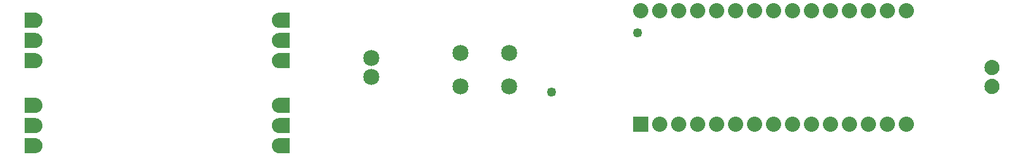
<source format=gbs>
G04 MADE WITH FRITZING*
G04 WWW.FRITZING.ORG*
G04 DOUBLE SIDED*
G04 HOLES PLATED*
G04 CONTOUR ON CENTER OF CONTOUR VECTOR*
%ASAXBY*%
%FSLAX23Y23*%
%MOIN*%
%OFA0B0*%
%SFA1.0B1.0*%
%ADD10C,0.085000*%
%ADD11C,0.080000*%
%ADD12C,0.055440*%
%ADD13C,0.049370*%
%ADD14R,0.080000X0.079972*%
%ADD15R,0.001000X0.001000*%
%LNMASK0*%
G90*
G70*
G54D10*
X2598Y463D03*
X2342Y463D03*
X2598Y641D03*
X2342Y641D03*
G54D11*
X3292Y263D03*
X3392Y263D03*
X3492Y263D03*
X3592Y263D03*
X3692Y263D03*
X3792Y263D03*
X3892Y263D03*
X3992Y263D03*
X4092Y263D03*
X4192Y263D03*
X4292Y263D03*
X4392Y263D03*
X4492Y263D03*
X4592Y263D03*
X4692Y263D03*
X3292Y863D03*
X3392Y863D03*
X3492Y863D03*
X3592Y863D03*
X3692Y863D03*
X3792Y863D03*
X3892Y863D03*
X3992Y863D03*
X4092Y863D03*
X4192Y863D03*
X4292Y863D03*
X4392Y863D03*
X4492Y863D03*
X4592Y863D03*
X4692Y863D03*
G54D12*
X93Y813D03*
X93Y707D03*
X93Y600D03*
X1392Y813D03*
X1392Y707D03*
X1392Y600D03*
X93Y363D03*
X93Y257D03*
X93Y150D03*
X1392Y363D03*
X1392Y257D03*
X1392Y150D03*
G54D10*
X1873Y613D03*
X1873Y513D03*
G54D13*
X2820Y434D03*
X3276Y746D03*
G54D14*
X3292Y263D03*
G54D15*
X44Y852D02*
X107Y852D01*
X1379Y852D02*
X1442Y852D01*
X44Y851D02*
X111Y851D01*
X1376Y851D02*
X1442Y851D01*
X44Y850D02*
X113Y850D01*
X1373Y850D02*
X1442Y850D01*
X44Y849D02*
X116Y849D01*
X1370Y849D02*
X1442Y849D01*
X44Y848D02*
X118Y848D01*
X1368Y848D02*
X1442Y848D01*
X44Y847D02*
X120Y847D01*
X1367Y847D02*
X1442Y847D01*
X44Y846D02*
X121Y846D01*
X1365Y846D02*
X1442Y846D01*
X44Y845D02*
X123Y845D01*
X1364Y845D02*
X1442Y845D01*
X44Y844D02*
X124Y844D01*
X1362Y844D02*
X1442Y844D01*
X44Y843D02*
X125Y843D01*
X1361Y843D02*
X1442Y843D01*
X44Y842D02*
X126Y842D01*
X1360Y842D02*
X1442Y842D01*
X44Y841D02*
X127Y841D01*
X1359Y841D02*
X1442Y841D01*
X44Y840D02*
X128Y840D01*
X1358Y840D02*
X1442Y840D01*
X44Y839D02*
X129Y839D01*
X1357Y839D02*
X1442Y839D01*
X44Y838D02*
X130Y838D01*
X1357Y838D02*
X1442Y838D01*
X44Y837D02*
X130Y837D01*
X1356Y837D02*
X1442Y837D01*
X44Y836D02*
X131Y836D01*
X1355Y836D02*
X1442Y836D01*
X44Y835D02*
X132Y835D01*
X1354Y835D02*
X1442Y835D01*
X44Y834D02*
X132Y834D01*
X1354Y834D02*
X1442Y834D01*
X44Y833D02*
X133Y833D01*
X1353Y833D02*
X1442Y833D01*
X44Y832D02*
X134Y832D01*
X1353Y832D02*
X1442Y832D01*
X44Y831D02*
X134Y831D01*
X1352Y831D02*
X1442Y831D01*
X44Y830D02*
X135Y830D01*
X1352Y830D02*
X1442Y830D01*
X44Y829D02*
X135Y829D01*
X1351Y829D02*
X1442Y829D01*
X44Y828D02*
X135Y828D01*
X1351Y828D02*
X1442Y828D01*
X44Y827D02*
X136Y827D01*
X1351Y827D02*
X1442Y827D01*
X44Y826D02*
X136Y826D01*
X1350Y826D02*
X1442Y826D01*
X44Y825D02*
X137Y825D01*
X1350Y825D02*
X1442Y825D01*
X44Y824D02*
X137Y824D01*
X1350Y824D02*
X1442Y824D01*
X44Y823D02*
X137Y823D01*
X1349Y823D02*
X1442Y823D01*
X44Y822D02*
X137Y822D01*
X1349Y822D02*
X1442Y822D01*
X44Y821D02*
X138Y821D01*
X1349Y821D02*
X1442Y821D01*
X44Y820D02*
X138Y820D01*
X1349Y820D02*
X1442Y820D01*
X44Y819D02*
X138Y819D01*
X1348Y819D02*
X1442Y819D01*
X44Y818D02*
X138Y818D01*
X1348Y818D02*
X1442Y818D01*
X44Y817D02*
X138Y817D01*
X1348Y817D02*
X1442Y817D01*
X44Y816D02*
X138Y816D01*
X1348Y816D02*
X1442Y816D01*
X44Y815D02*
X138Y815D01*
X1348Y815D02*
X1442Y815D01*
X44Y814D02*
X138Y814D01*
X1348Y814D02*
X1442Y814D01*
X44Y813D02*
X138Y813D01*
X1348Y813D02*
X1442Y813D01*
X44Y812D02*
X138Y812D01*
X1348Y812D02*
X1442Y812D01*
X44Y811D02*
X138Y811D01*
X1348Y811D02*
X1442Y811D01*
X44Y810D02*
X138Y810D01*
X1348Y810D02*
X1442Y810D01*
X44Y809D02*
X138Y809D01*
X1348Y809D02*
X1442Y809D01*
X44Y808D02*
X138Y808D01*
X1348Y808D02*
X1442Y808D01*
X44Y807D02*
X138Y807D01*
X1348Y807D02*
X1442Y807D01*
X44Y806D02*
X138Y806D01*
X1349Y806D02*
X1442Y806D01*
X44Y805D02*
X137Y805D01*
X1349Y805D02*
X1442Y805D01*
X44Y804D02*
X137Y804D01*
X1349Y804D02*
X1442Y804D01*
X44Y803D02*
X137Y803D01*
X1349Y803D02*
X1442Y803D01*
X44Y802D02*
X137Y802D01*
X1350Y802D02*
X1442Y802D01*
X44Y801D02*
X136Y801D01*
X1350Y801D02*
X1442Y801D01*
X44Y800D02*
X136Y800D01*
X1350Y800D02*
X1442Y800D01*
X44Y799D02*
X136Y799D01*
X1351Y799D02*
X1442Y799D01*
X44Y798D02*
X135Y798D01*
X1351Y798D02*
X1442Y798D01*
X44Y797D02*
X135Y797D01*
X1351Y797D02*
X1442Y797D01*
X44Y796D02*
X134Y796D01*
X1352Y796D02*
X1442Y796D01*
X44Y795D02*
X134Y795D01*
X1352Y795D02*
X1442Y795D01*
X44Y794D02*
X133Y794D01*
X1353Y794D02*
X1442Y794D01*
X44Y793D02*
X133Y793D01*
X1353Y793D02*
X1442Y793D01*
X44Y792D02*
X132Y792D01*
X1354Y792D02*
X1442Y792D01*
X44Y791D02*
X132Y791D01*
X1355Y791D02*
X1442Y791D01*
X44Y790D02*
X131Y790D01*
X1355Y790D02*
X1442Y790D01*
X44Y789D02*
X130Y789D01*
X1356Y789D02*
X1442Y789D01*
X44Y788D02*
X130Y788D01*
X1357Y788D02*
X1442Y788D01*
X44Y787D02*
X129Y787D01*
X1358Y787D02*
X1442Y787D01*
X44Y786D02*
X128Y786D01*
X1358Y786D02*
X1442Y786D01*
X44Y785D02*
X127Y785D01*
X1359Y785D02*
X1442Y785D01*
X44Y784D02*
X126Y784D01*
X1360Y784D02*
X1442Y784D01*
X44Y783D02*
X125Y783D01*
X1362Y783D02*
X1442Y783D01*
X44Y782D02*
X123Y782D01*
X1363Y782D02*
X1442Y782D01*
X44Y781D02*
X122Y781D01*
X1364Y781D02*
X1442Y781D01*
X44Y780D02*
X121Y780D01*
X1366Y780D02*
X1442Y780D01*
X44Y779D02*
X119Y779D01*
X1367Y779D02*
X1442Y779D01*
X44Y778D02*
X117Y778D01*
X1369Y778D02*
X1442Y778D01*
X44Y777D02*
X115Y777D01*
X1371Y777D02*
X1442Y777D01*
X44Y776D02*
X113Y776D01*
X1374Y776D02*
X1442Y776D01*
X44Y775D02*
X110Y775D01*
X1377Y775D02*
X1442Y775D01*
X44Y774D02*
X105Y774D01*
X1381Y774D02*
X1442Y774D01*
X44Y746D02*
X103Y746D01*
X1383Y746D02*
X1442Y746D01*
X44Y745D02*
X109Y745D01*
X1378Y745D02*
X1442Y745D01*
X44Y744D02*
X112Y744D01*
X1374Y744D02*
X1442Y744D01*
X44Y743D02*
X115Y743D01*
X1372Y743D02*
X1442Y743D01*
X44Y742D02*
X117Y742D01*
X1370Y742D02*
X1442Y742D01*
X44Y741D02*
X119Y741D01*
X1368Y741D02*
X1442Y741D01*
X44Y740D02*
X120Y740D01*
X1366Y740D02*
X1442Y740D01*
X44Y739D02*
X122Y739D01*
X1365Y739D02*
X1442Y739D01*
X44Y738D02*
X123Y738D01*
X1363Y738D02*
X1442Y738D01*
X44Y737D02*
X124Y737D01*
X1362Y737D02*
X1442Y737D01*
X44Y736D02*
X126Y736D01*
X1361Y736D02*
X1442Y736D01*
X44Y735D02*
X127Y735D01*
X1360Y735D02*
X1442Y735D01*
X44Y734D02*
X128Y734D01*
X1359Y734D02*
X1442Y734D01*
X44Y733D02*
X128Y733D01*
X1358Y733D02*
X1442Y733D01*
X44Y732D02*
X129Y732D01*
X1357Y732D02*
X1442Y732D01*
X44Y731D02*
X130Y731D01*
X1356Y731D02*
X1442Y731D01*
X44Y730D02*
X131Y730D01*
X1356Y730D02*
X1442Y730D01*
X44Y729D02*
X131Y729D01*
X1355Y729D02*
X1442Y729D01*
X44Y728D02*
X132Y728D01*
X1354Y728D02*
X1442Y728D01*
X44Y727D02*
X133Y727D01*
X1354Y727D02*
X1442Y727D01*
X44Y726D02*
X133Y726D01*
X1353Y726D02*
X1442Y726D01*
X44Y725D02*
X134Y725D01*
X1352Y725D02*
X1442Y725D01*
X44Y724D02*
X134Y724D01*
X1352Y724D02*
X1442Y724D01*
X44Y723D02*
X135Y723D01*
X1352Y723D02*
X1442Y723D01*
X44Y722D02*
X135Y722D01*
X1351Y722D02*
X1442Y722D01*
X44Y721D02*
X136Y721D01*
X1351Y721D02*
X1442Y721D01*
X44Y720D02*
X136Y720D01*
X1350Y720D02*
X1442Y720D01*
X44Y719D02*
X136Y719D01*
X1350Y719D02*
X1442Y719D01*
X44Y718D02*
X137Y718D01*
X1350Y718D02*
X1442Y718D01*
X44Y717D02*
X137Y717D01*
X1349Y717D02*
X1442Y717D01*
X44Y716D02*
X137Y716D01*
X1349Y716D02*
X1442Y716D01*
X44Y715D02*
X137Y715D01*
X1349Y715D02*
X1442Y715D01*
X44Y714D02*
X138Y714D01*
X1349Y714D02*
X1442Y714D01*
X44Y713D02*
X138Y713D01*
X1349Y713D02*
X1442Y713D01*
X44Y712D02*
X138Y712D01*
X1348Y712D02*
X1442Y712D01*
X44Y711D02*
X138Y711D01*
X1348Y711D02*
X1442Y711D01*
X44Y710D02*
X138Y710D01*
X1348Y710D02*
X1442Y710D01*
X44Y709D02*
X138Y709D01*
X1348Y709D02*
X1442Y709D01*
X44Y708D02*
X138Y708D01*
X1348Y708D02*
X1442Y708D01*
X44Y707D02*
X138Y707D01*
X1348Y707D02*
X1442Y707D01*
X44Y706D02*
X138Y706D01*
X1348Y706D02*
X1442Y706D01*
X44Y705D02*
X138Y705D01*
X1348Y705D02*
X1442Y705D01*
X44Y704D02*
X138Y704D01*
X1348Y704D02*
X1442Y704D01*
X44Y703D02*
X138Y703D01*
X1348Y703D02*
X1442Y703D01*
X44Y702D02*
X138Y702D01*
X1348Y702D02*
X1442Y702D01*
X44Y701D02*
X138Y701D01*
X1348Y701D02*
X1442Y701D01*
X44Y700D02*
X138Y700D01*
X1349Y700D02*
X1442Y700D01*
X44Y699D02*
X138Y699D01*
X1349Y699D02*
X1442Y699D01*
X44Y698D02*
X137Y698D01*
X1349Y698D02*
X1442Y698D01*
X44Y697D02*
X137Y697D01*
X1349Y697D02*
X1442Y697D01*
X44Y696D02*
X137Y696D01*
X1349Y696D02*
X1442Y696D01*
X44Y695D02*
X137Y695D01*
X1350Y695D02*
X1442Y695D01*
X44Y694D02*
X136Y694D01*
X1350Y694D02*
X1442Y694D01*
X44Y693D02*
X136Y693D01*
X1350Y693D02*
X1442Y693D01*
X44Y692D02*
X136Y692D01*
X1351Y692D02*
X1442Y692D01*
X44Y691D02*
X135Y691D01*
X1351Y691D02*
X1442Y691D01*
X44Y690D02*
X135Y690D01*
X1352Y690D02*
X1442Y690D01*
X44Y689D02*
X134Y689D01*
X1352Y689D02*
X1442Y689D01*
X44Y688D02*
X134Y688D01*
X1353Y688D02*
X1442Y688D01*
X44Y687D02*
X133Y687D01*
X1353Y687D02*
X1442Y687D01*
X44Y686D02*
X133Y686D01*
X1354Y686D02*
X1442Y686D01*
X44Y685D02*
X132Y685D01*
X1354Y685D02*
X1442Y685D01*
X44Y684D02*
X131Y684D01*
X1355Y684D02*
X1442Y684D01*
X44Y683D02*
X131Y683D01*
X1356Y683D02*
X1442Y683D01*
X44Y682D02*
X130Y682D01*
X1356Y682D02*
X1442Y682D01*
X44Y681D02*
X129Y681D01*
X1357Y681D02*
X1442Y681D01*
X44Y680D02*
X128Y680D01*
X1358Y680D02*
X1442Y680D01*
X44Y679D02*
X127Y679D01*
X1359Y679D02*
X1442Y679D01*
X44Y678D02*
X126Y678D01*
X1360Y678D02*
X1442Y678D01*
X44Y677D02*
X125Y677D01*
X1361Y677D02*
X1442Y677D01*
X44Y676D02*
X124Y676D01*
X1362Y676D02*
X1442Y676D01*
X44Y675D02*
X123Y675D01*
X1363Y675D02*
X1442Y675D01*
X44Y674D02*
X122Y674D01*
X1365Y674D02*
X1442Y674D01*
X44Y673D02*
X120Y673D01*
X1366Y673D02*
X1442Y673D01*
X44Y672D02*
X118Y672D01*
X1368Y672D02*
X1442Y672D01*
X44Y671D02*
X116Y671D01*
X1370Y671D02*
X1442Y671D01*
X44Y670D02*
X114Y670D01*
X1372Y670D02*
X1442Y670D01*
X44Y669D02*
X112Y669D01*
X1375Y669D02*
X1442Y669D01*
X44Y668D02*
X108Y668D01*
X1378Y668D02*
X1442Y668D01*
X44Y667D02*
X101Y667D01*
X1385Y667D02*
X1442Y667D01*
X44Y639D02*
X106Y639D01*
X1380Y639D02*
X1442Y639D01*
X44Y638D02*
X110Y638D01*
X1376Y638D02*
X1442Y638D01*
X44Y637D02*
X113Y637D01*
X1373Y637D02*
X1442Y637D01*
X44Y636D02*
X115Y636D01*
X1371Y636D02*
X1442Y636D01*
X44Y635D02*
X117Y635D01*
X1369Y635D02*
X1442Y635D01*
X44Y634D02*
X119Y634D01*
X1367Y634D02*
X1442Y634D01*
X44Y633D02*
X121Y633D01*
X1365Y633D02*
X1442Y633D01*
X44Y632D02*
X122Y632D01*
X1364Y632D02*
X1442Y632D01*
X44Y631D02*
X124Y631D01*
X1363Y631D02*
X1442Y631D01*
X44Y630D02*
X125Y630D01*
X1361Y630D02*
X1442Y630D01*
X44Y629D02*
X126Y629D01*
X1360Y629D02*
X1442Y629D01*
X44Y628D02*
X127Y628D01*
X1359Y628D02*
X1442Y628D01*
X44Y627D02*
X128Y627D01*
X1358Y627D02*
X1442Y627D01*
X44Y626D02*
X129Y626D01*
X1358Y626D02*
X1442Y626D01*
X44Y625D02*
X130Y625D01*
X1357Y625D02*
X1442Y625D01*
X44Y624D02*
X130Y624D01*
X1356Y624D02*
X1442Y624D01*
X44Y623D02*
X131Y623D01*
X1355Y623D02*
X1442Y623D01*
X44Y622D02*
X132Y622D01*
X1355Y622D02*
X1442Y622D01*
X44Y621D02*
X132Y621D01*
X1354Y621D02*
X1442Y621D01*
X44Y620D02*
X133Y620D01*
X1353Y620D02*
X1442Y620D01*
X44Y619D02*
X134Y619D01*
X1353Y619D02*
X1442Y619D01*
X44Y618D02*
X134Y618D01*
X1352Y618D02*
X1442Y618D01*
X44Y617D02*
X134Y617D01*
X1352Y617D02*
X1442Y617D01*
X44Y616D02*
X135Y616D01*
X1351Y616D02*
X1442Y616D01*
X44Y615D02*
X135Y615D01*
X1351Y615D02*
X1442Y615D01*
X44Y614D02*
X136Y614D01*
X1351Y614D02*
X1442Y614D01*
X44Y613D02*
X136Y613D01*
X1350Y613D02*
X1442Y613D01*
X44Y612D02*
X136Y612D01*
X1350Y612D02*
X1442Y612D01*
X44Y611D02*
X137Y611D01*
X1350Y611D02*
X1442Y611D01*
X44Y610D02*
X137Y610D01*
X1349Y610D02*
X1442Y610D01*
X44Y609D02*
X137Y609D01*
X1349Y609D02*
X1442Y609D01*
X44Y608D02*
X138Y608D01*
X1349Y608D02*
X1442Y608D01*
X44Y607D02*
X138Y607D01*
X1349Y607D02*
X1442Y607D01*
X44Y606D02*
X138Y606D01*
X1348Y606D02*
X1442Y606D01*
X44Y605D02*
X138Y605D01*
X1348Y605D02*
X1442Y605D01*
X44Y604D02*
X139Y604D01*
X1348Y604D02*
X1442Y604D01*
X44Y603D02*
X139Y603D01*
X1348Y603D02*
X1442Y603D01*
X5138Y603D02*
X5147Y603D01*
X44Y602D02*
X139Y602D01*
X1348Y602D02*
X1442Y602D01*
X5133Y602D02*
X5152Y602D01*
X44Y601D02*
X139Y601D01*
X1348Y601D02*
X1442Y601D01*
X5130Y601D02*
X5156Y601D01*
X44Y600D02*
X139Y600D01*
X1348Y600D02*
X1442Y600D01*
X5127Y600D02*
X5158Y600D01*
X44Y599D02*
X138Y599D01*
X1348Y599D02*
X1442Y599D01*
X5125Y599D02*
X5160Y599D01*
X44Y598D02*
X138Y598D01*
X1348Y598D02*
X1442Y598D01*
X5123Y598D02*
X5162Y598D01*
X44Y597D02*
X138Y597D01*
X1348Y597D02*
X1442Y597D01*
X5122Y597D02*
X5164Y597D01*
X44Y596D02*
X138Y596D01*
X1348Y596D02*
X1442Y596D01*
X5120Y596D02*
X5165Y596D01*
X44Y595D02*
X138Y595D01*
X1348Y595D02*
X1442Y595D01*
X5119Y595D02*
X5167Y595D01*
X44Y594D02*
X138Y594D01*
X1348Y594D02*
X1442Y594D01*
X5118Y594D02*
X5168Y594D01*
X44Y593D02*
X138Y593D01*
X1349Y593D02*
X1442Y593D01*
X5116Y593D02*
X5169Y593D01*
X44Y592D02*
X138Y592D01*
X1349Y592D02*
X1442Y592D01*
X5115Y592D02*
X5170Y592D01*
X44Y591D02*
X137Y591D01*
X1349Y591D02*
X1442Y591D01*
X5114Y591D02*
X5171Y591D01*
X44Y590D02*
X137Y590D01*
X1349Y590D02*
X1442Y590D01*
X5113Y590D02*
X5172Y590D01*
X44Y589D02*
X137Y589D01*
X1350Y589D02*
X1442Y589D01*
X5113Y589D02*
X5173Y589D01*
X44Y588D02*
X136Y588D01*
X1350Y588D02*
X1442Y588D01*
X5112Y588D02*
X5174Y588D01*
X44Y587D02*
X136Y587D01*
X1350Y587D02*
X1442Y587D01*
X5111Y587D02*
X5174Y587D01*
X44Y586D02*
X136Y586D01*
X1351Y586D02*
X1442Y586D01*
X5110Y586D02*
X5175Y586D01*
X44Y585D02*
X135Y585D01*
X1351Y585D02*
X1442Y585D01*
X5110Y585D02*
X5176Y585D01*
X44Y584D02*
X135Y584D01*
X1351Y584D02*
X1442Y584D01*
X5109Y584D02*
X5176Y584D01*
X44Y583D02*
X135Y583D01*
X1352Y583D02*
X1442Y583D01*
X5109Y583D02*
X5177Y583D01*
X44Y582D02*
X134Y582D01*
X1352Y582D02*
X1442Y582D01*
X5108Y582D02*
X5178Y582D01*
X44Y581D02*
X134Y581D01*
X1353Y581D02*
X1442Y581D01*
X5107Y581D02*
X5178Y581D01*
X44Y580D02*
X133Y580D01*
X1353Y580D02*
X1442Y580D01*
X5107Y580D02*
X5179Y580D01*
X44Y579D02*
X132Y579D01*
X1354Y579D02*
X1442Y579D01*
X5106Y579D02*
X5179Y579D01*
X44Y578D02*
X132Y578D01*
X1354Y578D02*
X1442Y578D01*
X5106Y578D02*
X5180Y578D01*
X44Y577D02*
X131Y577D01*
X1355Y577D02*
X1442Y577D01*
X5106Y577D02*
X5180Y577D01*
X44Y576D02*
X130Y576D01*
X1356Y576D02*
X1442Y576D01*
X5105Y576D02*
X5180Y576D01*
X44Y575D02*
X130Y575D01*
X1357Y575D02*
X1442Y575D01*
X5105Y575D02*
X5181Y575D01*
X44Y574D02*
X129Y574D01*
X1357Y574D02*
X1442Y574D01*
X5105Y574D02*
X5181Y574D01*
X44Y573D02*
X128Y573D01*
X1358Y573D02*
X1442Y573D01*
X5105Y573D02*
X5181Y573D01*
X44Y572D02*
X127Y572D01*
X1359Y572D02*
X1442Y572D01*
X5104Y572D02*
X5181Y572D01*
X44Y571D02*
X126Y571D01*
X1360Y571D02*
X1442Y571D01*
X5104Y571D02*
X5181Y571D01*
X44Y570D02*
X125Y570D01*
X1361Y570D02*
X1442Y570D01*
X5104Y570D02*
X5182Y570D01*
X44Y569D02*
X124Y569D01*
X1363Y569D02*
X1442Y569D01*
X5104Y569D02*
X5182Y569D01*
X44Y568D02*
X122Y568D01*
X1364Y568D02*
X1442Y568D01*
X5104Y568D02*
X5182Y568D01*
X44Y567D02*
X121Y567D01*
X1365Y567D02*
X1442Y567D01*
X5104Y567D02*
X5182Y567D01*
X44Y566D02*
X119Y566D01*
X1367Y566D02*
X1442Y566D01*
X5103Y566D02*
X5182Y566D01*
X44Y565D02*
X118Y565D01*
X1369Y565D02*
X1442Y565D01*
X5103Y565D02*
X5182Y565D01*
X44Y564D02*
X116Y564D01*
X1371Y564D02*
X1442Y564D01*
X5103Y564D02*
X5182Y564D01*
X44Y563D02*
X113Y563D01*
X1373Y563D02*
X1442Y563D01*
X5103Y563D02*
X5182Y563D01*
X44Y562D02*
X110Y562D01*
X1376Y562D02*
X1442Y562D01*
X5103Y562D02*
X5182Y562D01*
X44Y561D02*
X106Y561D01*
X1380Y561D02*
X1442Y561D01*
X5103Y561D02*
X5182Y561D01*
X5103Y560D02*
X5182Y560D01*
X5104Y559D02*
X5182Y559D01*
X5104Y558D02*
X5182Y558D01*
X5104Y557D02*
X5182Y557D01*
X5104Y556D02*
X5182Y556D01*
X5104Y555D02*
X5181Y555D01*
X5105Y554D02*
X5181Y554D01*
X5105Y553D02*
X5181Y553D01*
X5105Y552D02*
X5181Y552D01*
X5105Y551D02*
X5180Y551D01*
X5106Y550D02*
X5180Y550D01*
X5106Y549D02*
X5180Y549D01*
X5106Y548D02*
X5179Y548D01*
X5107Y547D02*
X5179Y547D01*
X5107Y546D02*
X5178Y546D01*
X5108Y545D02*
X5178Y545D01*
X5108Y544D02*
X5177Y544D01*
X5109Y543D02*
X5177Y543D01*
X5110Y542D02*
X5176Y542D01*
X5110Y541D02*
X5175Y541D01*
X5111Y540D02*
X5175Y540D01*
X5112Y539D02*
X5174Y539D01*
X5113Y538D02*
X5173Y538D01*
X5113Y537D02*
X5172Y537D01*
X5114Y536D02*
X5171Y536D01*
X5115Y535D02*
X5170Y535D01*
X5116Y534D02*
X5169Y534D01*
X5117Y533D02*
X5168Y533D01*
X5119Y532D02*
X5167Y532D01*
X5120Y531D02*
X5166Y531D01*
X5122Y530D02*
X5164Y530D01*
X5123Y529D02*
X5162Y529D01*
X5125Y528D02*
X5161Y528D01*
X5127Y527D02*
X5159Y527D01*
X5129Y526D02*
X5156Y526D01*
X5133Y525D02*
X5153Y525D01*
X5137Y524D02*
X5148Y524D01*
X5138Y503D02*
X5148Y503D01*
X5133Y502D02*
X5153Y502D01*
X5130Y501D02*
X5156Y501D01*
X5127Y500D02*
X5159Y500D01*
X5125Y499D02*
X5161Y499D01*
X5123Y498D02*
X5162Y498D01*
X5122Y497D02*
X5164Y497D01*
X5120Y496D02*
X5165Y496D01*
X5119Y495D02*
X5167Y495D01*
X5118Y494D02*
X5168Y494D01*
X5116Y493D02*
X5169Y493D01*
X5115Y492D02*
X5170Y492D01*
X5114Y491D02*
X5171Y491D01*
X5113Y490D02*
X5172Y490D01*
X5113Y489D02*
X5173Y489D01*
X5112Y488D02*
X5174Y488D01*
X5111Y487D02*
X5175Y487D01*
X5110Y486D02*
X5175Y486D01*
X5110Y485D02*
X5176Y485D01*
X5109Y484D02*
X5177Y484D01*
X5108Y483D02*
X5177Y483D01*
X5108Y482D02*
X5178Y482D01*
X5107Y481D02*
X5178Y481D01*
X5107Y480D02*
X5179Y480D01*
X5106Y479D02*
X5179Y479D01*
X5106Y478D02*
X5180Y478D01*
X5106Y477D02*
X5180Y477D01*
X5105Y476D02*
X5180Y476D01*
X5105Y475D02*
X5181Y475D01*
X5105Y474D02*
X5181Y474D01*
X5105Y473D02*
X5181Y473D01*
X5104Y472D02*
X5181Y472D01*
X5104Y471D02*
X5181Y471D01*
X5104Y470D02*
X5182Y470D01*
X5104Y469D02*
X5182Y469D01*
X5104Y468D02*
X5182Y468D01*
X5103Y467D02*
X5182Y467D01*
X5103Y466D02*
X5182Y466D01*
X5103Y465D02*
X5182Y465D01*
X5103Y464D02*
X5182Y464D01*
X5103Y463D02*
X5182Y463D01*
X5103Y462D02*
X5182Y462D01*
X5103Y461D02*
X5182Y461D01*
X5104Y460D02*
X5182Y460D01*
X5104Y459D02*
X5182Y459D01*
X5104Y458D02*
X5182Y458D01*
X5104Y457D02*
X5182Y457D01*
X5104Y456D02*
X5181Y456D01*
X5104Y455D02*
X5181Y455D01*
X5105Y454D02*
X5181Y454D01*
X5105Y453D02*
X5181Y453D01*
X5105Y452D02*
X5181Y452D01*
X5105Y451D02*
X5180Y451D01*
X5106Y450D02*
X5180Y450D01*
X5106Y449D02*
X5180Y449D01*
X5106Y448D02*
X5179Y448D01*
X5107Y447D02*
X5179Y447D01*
X5107Y446D02*
X5178Y446D01*
X5108Y445D02*
X5178Y445D01*
X5108Y444D02*
X5177Y444D01*
X5109Y443D02*
X5177Y443D01*
X5110Y442D02*
X5176Y442D01*
X5110Y441D02*
X5175Y441D01*
X5111Y440D02*
X5175Y440D01*
X5112Y439D02*
X5174Y439D01*
X5113Y438D02*
X5173Y438D01*
X5113Y437D02*
X5172Y437D01*
X5114Y436D02*
X5171Y436D01*
X5115Y435D02*
X5170Y435D01*
X5116Y434D02*
X5169Y434D01*
X5118Y433D02*
X5168Y433D01*
X5119Y432D02*
X5167Y432D01*
X5120Y431D02*
X5165Y431D01*
X5122Y430D02*
X5164Y430D01*
X5123Y429D02*
X5162Y429D01*
X5125Y428D02*
X5161Y428D01*
X5127Y427D02*
X5159Y427D01*
X5130Y426D02*
X5156Y426D01*
X5133Y425D02*
X5153Y425D01*
X5138Y424D02*
X5148Y424D01*
X44Y403D02*
X102Y403D01*
X1384Y403D02*
X1442Y403D01*
X44Y402D02*
X108Y402D01*
X1378Y402D02*
X1442Y402D01*
X44Y401D02*
X112Y401D01*
X1374Y401D02*
X1442Y401D01*
X44Y400D02*
X114Y400D01*
X1372Y400D02*
X1442Y400D01*
X44Y399D02*
X117Y399D01*
X1370Y399D02*
X1442Y399D01*
X44Y398D02*
X118Y398D01*
X1368Y398D02*
X1442Y398D01*
X44Y397D02*
X120Y397D01*
X1366Y397D02*
X1442Y397D01*
X44Y396D02*
X122Y396D01*
X1365Y396D02*
X1442Y396D01*
X44Y395D02*
X123Y395D01*
X1363Y395D02*
X1442Y395D01*
X44Y394D02*
X124Y394D01*
X1362Y394D02*
X1442Y394D01*
X44Y393D02*
X125Y393D01*
X1361Y393D02*
X1442Y393D01*
X44Y392D02*
X127Y392D01*
X1360Y392D02*
X1442Y392D01*
X44Y391D02*
X128Y391D01*
X1359Y391D02*
X1442Y391D01*
X44Y390D02*
X128Y390D01*
X1358Y390D02*
X1442Y390D01*
X44Y389D02*
X129Y389D01*
X1357Y389D02*
X1442Y389D01*
X44Y388D02*
X130Y388D01*
X1356Y388D02*
X1442Y388D01*
X44Y387D02*
X131Y387D01*
X1356Y387D02*
X1442Y387D01*
X44Y386D02*
X131Y386D01*
X1355Y386D02*
X1442Y386D01*
X44Y385D02*
X132Y385D01*
X1354Y385D02*
X1442Y385D01*
X44Y384D02*
X133Y384D01*
X1354Y384D02*
X1442Y384D01*
X44Y383D02*
X133Y383D01*
X1353Y383D02*
X1442Y383D01*
X44Y382D02*
X134Y382D01*
X1353Y382D02*
X1442Y382D01*
X44Y381D02*
X134Y381D01*
X1352Y381D02*
X1442Y381D01*
X44Y380D02*
X135Y380D01*
X1352Y380D02*
X1442Y380D01*
X44Y379D02*
X135Y379D01*
X1351Y379D02*
X1442Y379D01*
X44Y378D02*
X136Y378D01*
X1351Y378D02*
X1442Y378D01*
X44Y377D02*
X136Y377D01*
X1350Y377D02*
X1442Y377D01*
X44Y376D02*
X136Y376D01*
X1350Y376D02*
X1442Y376D01*
X44Y375D02*
X137Y375D01*
X1350Y375D02*
X1442Y375D01*
X44Y374D02*
X137Y374D01*
X1349Y374D02*
X1442Y374D01*
X44Y373D02*
X137Y373D01*
X1349Y373D02*
X1442Y373D01*
X44Y372D02*
X137Y372D01*
X1349Y372D02*
X1442Y372D01*
X44Y371D02*
X138Y371D01*
X1349Y371D02*
X1442Y371D01*
X44Y370D02*
X138Y370D01*
X1349Y370D02*
X1442Y370D01*
X44Y369D02*
X138Y369D01*
X1348Y369D02*
X1442Y369D01*
X44Y368D02*
X138Y368D01*
X1348Y368D02*
X1442Y368D01*
X44Y367D02*
X138Y367D01*
X1348Y367D02*
X1442Y367D01*
X44Y366D02*
X138Y366D01*
X1348Y366D02*
X1442Y366D01*
X44Y365D02*
X138Y365D01*
X1348Y365D02*
X1442Y365D01*
X44Y364D02*
X138Y364D01*
X1348Y364D02*
X1442Y364D01*
X44Y363D02*
X138Y363D01*
X1348Y363D02*
X1442Y363D01*
X44Y362D02*
X138Y362D01*
X1348Y362D02*
X1442Y362D01*
X44Y361D02*
X138Y361D01*
X1348Y361D02*
X1442Y361D01*
X44Y360D02*
X138Y360D01*
X1348Y360D02*
X1442Y360D01*
X44Y359D02*
X138Y359D01*
X1348Y359D02*
X1442Y359D01*
X44Y358D02*
X138Y358D01*
X1348Y358D02*
X1442Y358D01*
X44Y357D02*
X138Y357D01*
X1349Y357D02*
X1442Y357D01*
X44Y356D02*
X138Y356D01*
X1349Y356D02*
X1442Y356D01*
X44Y355D02*
X137Y355D01*
X1349Y355D02*
X1442Y355D01*
X44Y354D02*
X137Y354D01*
X1349Y354D02*
X1442Y354D01*
X44Y353D02*
X137Y353D01*
X1349Y353D02*
X1442Y353D01*
X44Y352D02*
X137Y352D01*
X1350Y352D02*
X1442Y352D01*
X44Y351D02*
X136Y351D01*
X1350Y351D02*
X1442Y351D01*
X44Y350D02*
X136Y350D01*
X1350Y350D02*
X1442Y350D01*
X44Y349D02*
X136Y349D01*
X1351Y349D02*
X1442Y349D01*
X44Y348D02*
X135Y348D01*
X1351Y348D02*
X1442Y348D01*
X44Y347D02*
X135Y347D01*
X1352Y347D02*
X1442Y347D01*
X44Y346D02*
X134Y346D01*
X1352Y346D02*
X1442Y346D01*
X44Y345D02*
X134Y345D01*
X1353Y345D02*
X1442Y345D01*
X44Y344D02*
X133Y344D01*
X1353Y344D02*
X1442Y344D01*
X44Y343D02*
X133Y343D01*
X1354Y343D02*
X1442Y343D01*
X44Y342D02*
X132Y342D01*
X1354Y342D02*
X1442Y342D01*
X44Y341D02*
X131Y341D01*
X1355Y341D02*
X1442Y341D01*
X44Y340D02*
X131Y340D01*
X1356Y340D02*
X1442Y340D01*
X44Y339D02*
X130Y339D01*
X1356Y339D02*
X1442Y339D01*
X44Y338D02*
X129Y338D01*
X1357Y338D02*
X1442Y338D01*
X44Y337D02*
X128Y337D01*
X1358Y337D02*
X1442Y337D01*
X44Y336D02*
X127Y336D01*
X1359Y336D02*
X1442Y336D01*
X44Y335D02*
X126Y335D01*
X1360Y335D02*
X1442Y335D01*
X44Y334D02*
X125Y334D01*
X1361Y334D02*
X1442Y334D01*
X44Y333D02*
X124Y333D01*
X1362Y333D02*
X1442Y333D01*
X44Y332D02*
X123Y332D01*
X1363Y332D02*
X1442Y332D01*
X44Y331D02*
X122Y331D01*
X1365Y331D02*
X1442Y331D01*
X44Y330D02*
X120Y330D01*
X1366Y330D02*
X1442Y330D01*
X44Y329D02*
X118Y329D01*
X1368Y329D02*
X1442Y329D01*
X44Y328D02*
X116Y328D01*
X1370Y328D02*
X1442Y328D01*
X44Y327D02*
X114Y327D01*
X1372Y327D02*
X1442Y327D01*
X44Y326D02*
X112Y326D01*
X1375Y326D02*
X1442Y326D01*
X44Y325D02*
X108Y325D01*
X1378Y325D02*
X1442Y325D01*
X44Y324D02*
X102Y324D01*
X1384Y324D02*
X1442Y324D01*
X44Y296D02*
X106Y296D01*
X1381Y296D02*
X1442Y296D01*
X44Y295D02*
X110Y295D01*
X1376Y295D02*
X1442Y295D01*
X44Y294D02*
X113Y294D01*
X1373Y294D02*
X1442Y294D01*
X44Y293D02*
X115Y293D01*
X1371Y293D02*
X1442Y293D01*
X44Y292D02*
X117Y292D01*
X1369Y292D02*
X1442Y292D01*
X44Y291D02*
X119Y291D01*
X1367Y291D02*
X1442Y291D01*
X44Y290D02*
X121Y290D01*
X1365Y290D02*
X1442Y290D01*
X44Y289D02*
X122Y289D01*
X1364Y289D02*
X1442Y289D01*
X44Y288D02*
X124Y288D01*
X1363Y288D02*
X1442Y288D01*
X44Y287D02*
X125Y287D01*
X1361Y287D02*
X1442Y287D01*
X44Y286D02*
X126Y286D01*
X1360Y286D02*
X1442Y286D01*
X44Y285D02*
X127Y285D01*
X1359Y285D02*
X1442Y285D01*
X44Y284D02*
X128Y284D01*
X1358Y284D02*
X1442Y284D01*
X44Y283D02*
X129Y283D01*
X1358Y283D02*
X1442Y283D01*
X44Y282D02*
X130Y282D01*
X1357Y282D02*
X1442Y282D01*
X44Y281D02*
X130Y281D01*
X1356Y281D02*
X1442Y281D01*
X44Y280D02*
X131Y280D01*
X1355Y280D02*
X1442Y280D01*
X44Y279D02*
X132Y279D01*
X1355Y279D02*
X1442Y279D01*
X44Y278D02*
X132Y278D01*
X1354Y278D02*
X1442Y278D01*
X44Y277D02*
X133Y277D01*
X1353Y277D02*
X1442Y277D01*
X44Y276D02*
X133Y276D01*
X1353Y276D02*
X1442Y276D01*
X44Y275D02*
X134Y275D01*
X1352Y275D02*
X1442Y275D01*
X44Y274D02*
X134Y274D01*
X1352Y274D02*
X1442Y274D01*
X44Y273D02*
X135Y273D01*
X1351Y273D02*
X1442Y273D01*
X44Y272D02*
X135Y272D01*
X1351Y272D02*
X1442Y272D01*
X44Y271D02*
X136Y271D01*
X1351Y271D02*
X1442Y271D01*
X44Y270D02*
X136Y270D01*
X1350Y270D02*
X1442Y270D01*
X44Y269D02*
X136Y269D01*
X1350Y269D02*
X1442Y269D01*
X44Y268D02*
X137Y268D01*
X1350Y268D02*
X1442Y268D01*
X44Y267D02*
X137Y267D01*
X1349Y267D02*
X1442Y267D01*
X44Y266D02*
X137Y266D01*
X1349Y266D02*
X1442Y266D01*
X44Y265D02*
X138Y265D01*
X1349Y265D02*
X1442Y265D01*
X44Y264D02*
X138Y264D01*
X1349Y264D02*
X1442Y264D01*
X44Y263D02*
X138Y263D01*
X1348Y263D02*
X1442Y263D01*
X44Y262D02*
X138Y262D01*
X1348Y262D02*
X1442Y262D01*
X44Y261D02*
X138Y261D01*
X1348Y261D02*
X1442Y261D01*
X44Y260D02*
X138Y260D01*
X1348Y260D02*
X1442Y260D01*
X44Y259D02*
X138Y259D01*
X1348Y259D02*
X1442Y259D01*
X44Y258D02*
X138Y258D01*
X1348Y258D02*
X1442Y258D01*
X44Y257D02*
X138Y257D01*
X1348Y257D02*
X1442Y257D01*
X44Y256D02*
X138Y256D01*
X1348Y256D02*
X1442Y256D01*
X44Y255D02*
X138Y255D01*
X1348Y255D02*
X1442Y255D01*
X44Y254D02*
X138Y254D01*
X1348Y254D02*
X1442Y254D01*
X44Y253D02*
X138Y253D01*
X1348Y253D02*
X1442Y253D01*
X44Y252D02*
X138Y252D01*
X1348Y252D02*
X1442Y252D01*
X44Y251D02*
X138Y251D01*
X1348Y251D02*
X1442Y251D01*
X44Y250D02*
X138Y250D01*
X1349Y250D02*
X1442Y250D01*
X44Y249D02*
X138Y249D01*
X1349Y249D02*
X1442Y249D01*
X44Y248D02*
X137Y248D01*
X1349Y248D02*
X1442Y248D01*
X44Y247D02*
X137Y247D01*
X1349Y247D02*
X1442Y247D01*
X44Y246D02*
X137Y246D01*
X1350Y246D02*
X1442Y246D01*
X44Y245D02*
X136Y245D01*
X1350Y245D02*
X1442Y245D01*
X44Y244D02*
X136Y244D01*
X1350Y244D02*
X1442Y244D01*
X44Y243D02*
X136Y243D01*
X1351Y243D02*
X1442Y243D01*
X44Y242D02*
X135Y242D01*
X1351Y242D02*
X1442Y242D01*
X44Y241D02*
X135Y241D01*
X1351Y241D02*
X1442Y241D01*
X44Y240D02*
X135Y240D01*
X1352Y240D02*
X1442Y240D01*
X44Y239D02*
X134Y239D01*
X1352Y239D02*
X1442Y239D01*
X44Y238D02*
X134Y238D01*
X1353Y238D02*
X1442Y238D01*
X44Y237D02*
X133Y237D01*
X1353Y237D02*
X1442Y237D01*
X44Y236D02*
X132Y236D01*
X1354Y236D02*
X1442Y236D01*
X44Y235D02*
X132Y235D01*
X1354Y235D02*
X1442Y235D01*
X44Y234D02*
X131Y234D01*
X1355Y234D02*
X1442Y234D01*
X44Y233D02*
X130Y233D01*
X1356Y233D02*
X1442Y233D01*
X44Y232D02*
X130Y232D01*
X1357Y232D02*
X1442Y232D01*
X44Y231D02*
X129Y231D01*
X1357Y231D02*
X1442Y231D01*
X44Y230D02*
X128Y230D01*
X1358Y230D02*
X1442Y230D01*
X44Y229D02*
X127Y229D01*
X1359Y229D02*
X1442Y229D01*
X44Y228D02*
X126Y228D01*
X1360Y228D02*
X1442Y228D01*
X44Y227D02*
X125Y227D01*
X1361Y227D02*
X1442Y227D01*
X44Y226D02*
X124Y226D01*
X1363Y226D02*
X1442Y226D01*
X44Y225D02*
X122Y225D01*
X1364Y225D02*
X1442Y225D01*
X44Y224D02*
X121Y224D01*
X1365Y224D02*
X1442Y224D01*
X44Y223D02*
X119Y223D01*
X1367Y223D02*
X1442Y223D01*
X44Y222D02*
X118Y222D01*
X1369Y222D02*
X1442Y222D01*
X44Y221D02*
X116Y221D01*
X1371Y221D02*
X1442Y221D01*
X44Y220D02*
X113Y220D01*
X1373Y220D02*
X1442Y220D01*
X44Y219D02*
X111Y219D01*
X1376Y219D02*
X1442Y219D01*
X44Y218D02*
X107Y218D01*
X1380Y218D02*
X1442Y218D01*
X44Y189D02*
X108Y189D01*
X1378Y189D02*
X1442Y189D01*
X44Y188D02*
X111Y188D01*
X1375Y188D02*
X1442Y188D01*
X44Y187D02*
X114Y187D01*
X1372Y187D02*
X1442Y187D01*
X44Y186D02*
X116Y186D01*
X1370Y186D02*
X1442Y186D01*
X44Y185D02*
X118Y185D01*
X1368Y185D02*
X1442Y185D01*
X44Y184D02*
X120Y184D01*
X1366Y184D02*
X1442Y184D01*
X44Y183D02*
X121Y183D01*
X1365Y183D02*
X1442Y183D01*
X44Y182D02*
X123Y182D01*
X1363Y182D02*
X1442Y182D01*
X44Y181D02*
X124Y181D01*
X1362Y181D02*
X1442Y181D01*
X44Y180D02*
X125Y180D01*
X1361Y180D02*
X1442Y180D01*
X44Y179D02*
X126Y179D01*
X1360Y179D02*
X1442Y179D01*
X44Y178D02*
X127Y178D01*
X1359Y178D02*
X1442Y178D01*
X44Y177D02*
X128Y177D01*
X1358Y177D02*
X1442Y177D01*
X44Y176D02*
X129Y176D01*
X1357Y176D02*
X1442Y176D01*
X44Y175D02*
X130Y175D01*
X1356Y175D02*
X1442Y175D01*
X44Y174D02*
X131Y174D01*
X1356Y174D02*
X1442Y174D01*
X44Y173D02*
X131Y173D01*
X1355Y173D02*
X1442Y173D01*
X44Y172D02*
X132Y172D01*
X1354Y172D02*
X1442Y172D01*
X44Y171D02*
X133Y171D01*
X1354Y171D02*
X1442Y171D01*
X44Y170D02*
X133Y170D01*
X1353Y170D02*
X1442Y170D01*
X44Y169D02*
X134Y169D01*
X1353Y169D02*
X1442Y169D01*
X44Y168D02*
X134Y168D01*
X1352Y168D02*
X1442Y168D01*
X44Y167D02*
X135Y167D01*
X1352Y167D02*
X1442Y167D01*
X44Y166D02*
X135Y166D01*
X1351Y166D02*
X1442Y166D01*
X44Y165D02*
X135Y165D01*
X1351Y165D02*
X1442Y165D01*
X44Y164D02*
X136Y164D01*
X1350Y164D02*
X1442Y164D01*
X44Y163D02*
X136Y163D01*
X1350Y163D02*
X1442Y163D01*
X44Y162D02*
X137Y162D01*
X1350Y162D02*
X1442Y162D01*
X44Y161D02*
X137Y161D01*
X1349Y161D02*
X1442Y161D01*
X44Y160D02*
X137Y160D01*
X1349Y160D02*
X1442Y160D01*
X44Y159D02*
X137Y159D01*
X1349Y159D02*
X1442Y159D01*
X44Y158D02*
X138Y158D01*
X1349Y158D02*
X1442Y158D01*
X44Y157D02*
X138Y157D01*
X1349Y157D02*
X1442Y157D01*
X44Y156D02*
X138Y156D01*
X1348Y156D02*
X1442Y156D01*
X44Y155D02*
X138Y155D01*
X1348Y155D02*
X1442Y155D01*
X44Y154D02*
X139Y154D01*
X1348Y154D02*
X1442Y154D01*
X44Y153D02*
X139Y153D01*
X1348Y153D02*
X1442Y153D01*
X44Y152D02*
X139Y152D01*
X1348Y152D02*
X1442Y152D01*
X44Y151D02*
X139Y151D01*
X1348Y151D02*
X1442Y151D01*
X44Y150D02*
X138Y150D01*
X1348Y150D02*
X1442Y150D01*
X44Y149D02*
X138Y149D01*
X1348Y149D02*
X1442Y149D01*
X44Y148D02*
X138Y148D01*
X1348Y148D02*
X1442Y148D01*
X44Y147D02*
X138Y147D01*
X1348Y147D02*
X1442Y147D01*
X44Y146D02*
X138Y146D01*
X1348Y146D02*
X1442Y146D01*
X44Y145D02*
X138Y145D01*
X1348Y145D02*
X1442Y145D01*
X44Y144D02*
X138Y144D01*
X1348Y144D02*
X1442Y144D01*
X44Y143D02*
X138Y143D01*
X1349Y143D02*
X1442Y143D01*
X44Y142D02*
X137Y142D01*
X1349Y142D02*
X1442Y142D01*
X44Y141D02*
X137Y141D01*
X1349Y141D02*
X1442Y141D01*
X44Y140D02*
X137Y140D01*
X1349Y140D02*
X1442Y140D01*
X44Y139D02*
X137Y139D01*
X1350Y139D02*
X1442Y139D01*
X44Y138D02*
X136Y138D01*
X1350Y138D02*
X1442Y138D01*
X44Y137D02*
X136Y137D01*
X1350Y137D02*
X1442Y137D01*
X44Y136D02*
X136Y136D01*
X1351Y136D02*
X1442Y136D01*
X44Y135D02*
X135Y135D01*
X1351Y135D02*
X1442Y135D01*
X44Y134D02*
X135Y134D01*
X1351Y134D02*
X1442Y134D01*
X44Y133D02*
X134Y133D01*
X1352Y133D02*
X1442Y133D01*
X44Y132D02*
X134Y132D01*
X1352Y132D02*
X1442Y132D01*
X44Y131D02*
X133Y131D01*
X1353Y131D02*
X1442Y131D01*
X44Y130D02*
X133Y130D01*
X1354Y130D02*
X1442Y130D01*
X44Y129D02*
X132Y129D01*
X1354Y129D02*
X1442Y129D01*
X44Y128D02*
X132Y128D01*
X1355Y128D02*
X1442Y128D01*
X44Y127D02*
X131Y127D01*
X1355Y127D02*
X1442Y127D01*
X44Y126D02*
X130Y126D01*
X1356Y126D02*
X1442Y126D01*
X44Y125D02*
X129Y125D01*
X1357Y125D02*
X1442Y125D01*
X44Y124D02*
X129Y124D01*
X1358Y124D02*
X1442Y124D01*
X44Y123D02*
X128Y123D01*
X1359Y123D02*
X1442Y123D01*
X44Y122D02*
X127Y122D01*
X1360Y122D02*
X1442Y122D01*
X44Y121D02*
X126Y121D01*
X1361Y121D02*
X1442Y121D01*
X44Y120D02*
X125Y120D01*
X1362Y120D02*
X1442Y120D01*
X44Y119D02*
X123Y119D01*
X1363Y119D02*
X1442Y119D01*
X44Y118D02*
X122Y118D01*
X1364Y118D02*
X1442Y118D01*
X44Y117D02*
X120Y117D01*
X1366Y117D02*
X1442Y117D01*
X44Y116D02*
X119Y116D01*
X1368Y116D02*
X1442Y116D01*
X44Y115D02*
X117Y115D01*
X1369Y115D02*
X1442Y115D01*
X44Y114D02*
X115Y114D01*
X1371Y114D02*
X1442Y114D01*
X44Y113D02*
X112Y113D01*
X1374Y113D02*
X1442Y113D01*
X44Y112D02*
X109Y112D01*
X1377Y112D02*
X1442Y112D01*
X44Y111D02*
X104Y111D01*
X1382Y111D02*
X1442Y111D01*
D02*
G04 End of Mask0*
M02*
</source>
